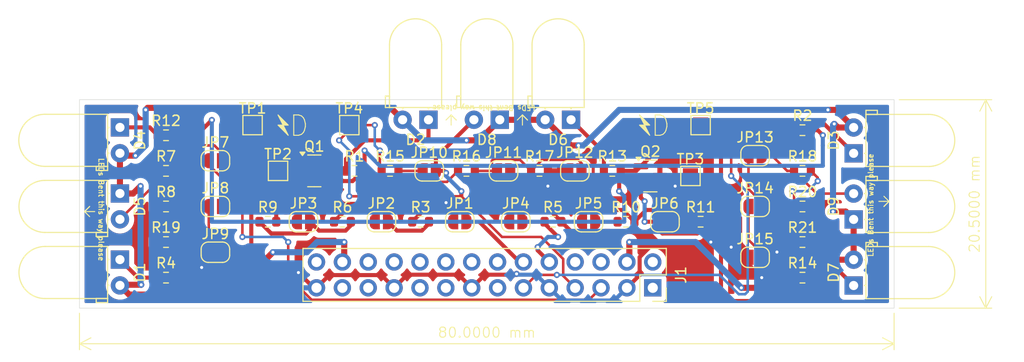
<source format=kicad_pcb>
(kicad_pcb (version 20240108) (generator "pcbnew") (generator_version "8.0")
  (layers (0 "F.Cu" signal) (31 "B.Cu" signal) (34 "B.Paste" user) (35 "F.Paste" user) (36 "B.SilkS" user "B.Silkscreen") (37 "F.SilkS" user "F.Silkscreen") (38 "B.Mask" user) (39 "F.Mask" user) (44 "Edge.Cuts" user))
  (net 0 "")
  (net 1 "Net-(D1-K)")
  (net 2 "+BATT")
  (net 3 "Net-(D2-K)")
  (net 4 "Net-(D3-K)")
  (net 5 "Net-(D4-K)")
  (net 6 "/PA3")
  (net 7 "Net-(D6-K)")
  (net 8 "Net-(D7-K)")
  (net 10 "GND")
  (net 16 "/PA4")
  (net 18 "/PA5")
  (net 27 "Net-(JP1-A)")
  (net 28 "Net-(JP2-A)")
  (net 29 "Net-(JP3-A)")
  (net 30 "/PE14")
  (net 31 "Net-(JP4-A)")
  (net 32 "Net-(JP5-A)")
  (net 33 "Net-(JP6-A)")
  (net 34 "Net-(JP7-A)")
  (net 35 "Net-(JP8-A)")
  (net 36 "Net-(JP10-A)")
  (net 37 "Net-(JP11-A)")
  (net 38 "Net-(JP13-A)")
  (net 39 "Net-(JP14-A)")
  (net 40 "Net-(Q1-C)")
  (net 41 "Net-(Q2-C)")
  (net 42 "/PE13")
  (footprint "Jumper:SolderJumper-2_P1.3mm_Open_RoundedPad1.0x1.5mm" (layer "F.Cu") (at 92.85 56)
    (property "Reference" "JP9")
    (property "Value" "SJ_Open")
  )
  (footprint "TestPoint:TestPoint_Pad_1.5x1.5mm" (layer "F.Cu") (at 106 43.5)
    (property "Reference" "TP4")
    (property "Value" "TestPoint")
  )
  (footprint "Resistor_SMD:R_0603_1608Metric" (layer "F.Cu") (at 106.5 48)
    (property "Reference" "R1")
    (property "Value" "22")
  )
  (footprint "Jumper:SolderJumper-2_P1.3mm_Open_RoundedPad1.0x1.5mm" (layer "F.Cu") (at 116.85 53)
    (property "Reference" "JP1")
    (property "Value" "SJ_Open")
  )
  (footprint "Resistor_SMD:R_0603_1608Metric" (layer "F.Cu") (at 88 48)
    (property "Reference" "R7")
    (property "Value" "47k")
  )
  (footprint "Resistor_SMD:R_0603_1608Metric" (layer "F.Cu") (at 150.5 55)
    (property "Reference" "R21")
    (property "Value" "4.7k")
  )
  (footprint "Resistor_SMD:R_0603_1608Metric" (layer "F.Cu") (at 150.5 51.5)
    (property "Reference" "R20")
    (property "Value" "10k")
  )
  (footprint "Connector_PinSocket_2.54mm:PinSocket_2x14_P2.54mm_Vertical" (layer "F.Cu") (at 135.8 59.5 -90)
    (property "Reference" "J1")
    (property "Value" "Conn_02x14_Odd_Even")
  )
  (footprint "Resistor_SMD:R_0603_1608Metric" (layer "F.Cu") (at 88 58.5)
    (property "Reference" "R4")
    (property "Value" "22")
  )
  (footprint "LED_THT:LED_D5.0mm_Horizontal_O1.27mm_Z15.0mm" (layer "F.Cu") (at 155.525 52.775 90)
    (property "Reference" "D9")
    (property "Value" "PhotoDiode")
  )
  (footprint "Jumper:SolderJumper-2_P1.3mm_Open_RoundedPad1.0x1.5mm" (layer "F.Cu") (at 129.5 53)
    (property "Reference" "JP5")
    (property "Value" "SJ_Open")
  )
  (footprint "Resistor_SMD:R_0603_1608Metric" (layer "F.Cu") (at 117.5 48)
    (property "Reference" "R16")
    (property "Value" "10k")
  )
  (footprint "Resistor_SMD:R_0603_1608Metric" (layer "F.Cu") (at 88 51.5)
    (property "Reference" "R8")
    (property "Value" "10k")
  )
  (footprint "Resistor_SMD:R_0603_1608Metric" (layer "F.Cu") (at 105.325 53)
    (property "Reference" "R6")
    (property "Value" "100")
  )
  (footprint "Resistor_SMD:R_0603_1608Metric" (layer "F.Cu") (at 110 48)
    (property "Reference" "R15")
    (property "Value" "47k")
  )
  (footprint "Jumper:SolderJumper-2_P1.3mm_Open_RoundedPad1.0x1.5mm" (layer "F.Cu") (at 122.35 53)
    (property "Reference" "JP4")
    (property "Value" "SJ_Open")
  )
  (footprint "Jumper:SolderJumper-2_P1.3mm_Open_RoundedPad1.0x1.5mm" (layer "F.Cu") (at 92.85 47)
    (property "Reference" "JP7")
    (property "Value" "SJ_Open")
  )
  (footprint "Resistor_SMD:R_0603_1608Metric" (layer "F.Cu") (at 150.5 44)
    (property "Reference" "R2")
    (property "Value" "22")
  )
  (footprint "LED_THT:LED_D5.0mm_Horizontal_O1.27mm_Z15.0mm" (layer "F.Cu") (at 113.775 42.975 180)
    (property "Reference" "D2")
    (property "Value" "LED")
  )
  (footprint "Jumper:SolderJumper-2_P1.3mm_Open_RoundedPad1.0x1.5mm" (layer "F.Cu") (at 128.15 48)
    (property "Reference" "JP12")
    (property "Value" "SJ_Open")
  )
  (footprint "Resistor_SMD:R_0603_1608Metric" (layer "F.Cu") (at 150.5 48)
    (property "Reference" "R18")
    (property "Value" "47k")
  )
  (footprint "Resistor_SMD:R_0603_1608Metric" (layer "F.Cu") (at 126 53)
    (property "Reference" "R5")
    (property "Value" "150")
  )
  (footprint "LED_THT:LED_D5.0mm_Horizontal_O1.27mm_Z15.0mm" (layer "F.Cu") (at 83.475 43.725 -90)
    (property "Reference" "D4")
    (property "Value" "LED")
  )
  (footprint "Resistor_SMD:R_0603_1608Metric" (layer "F.Cu") (at 133.175 53)
    (property "Reference" "R10")
    (property "Value" "100")
  )
  (footprint "Jumper:SolderJumper-2_P1.3mm_Open_RoundedPad1.0x1.5mm" (layer "F.Cu") (at 109.15 53)
    (property "Reference" "JP2")
    (property "Value" "SJ_Open")
  )
  (footprint "TestPoint:TestPoint_Pad_1.5x1.5mm" (layer "F.Cu") (at 96.5 43.5)
    (property "Reference" "TP1")
    (property "Value" "TestPoint")
  )
  (footprint "Jumper:SolderJumper-2_P1.3mm_Open_RoundedPad1.0x1.5mm" (layer "F.Cu") (at 101.5 53)
    (property "Reference" "JP3")
    (property "Value" "SJ_Open")
  )
  (footprint "Jumper:SolderJumper-2_P1.3mm_Open_RoundedPad1.0x1.5mm" (layer "F.Cu") (at 121.15 48)
    (property "Reference" "JP11")
    (property "Value" "SJ_Open")
  )
  (footprint "Jumper:SolderJumper-2_P1.3mm_Open_RoundedPad1.0x1.5mm" (layer "F.Cu") (at 113.85 48)
    (property "Reference" "JP10")
    (property "Value" "SJ_Open")
  )
  (footprint "Resistor_SMD:R_0603_1608Metric" (layer "F.Cu") (at 131.825 48)
    (property "Reference" "R13")
    (property "Value" "22")
  )
  (footprint "Resistor_SMD:R_0603_1608Metric" (layer "F.Cu") (at 124.675 48)
    (property "Reference" "R17")
    (property "Value" "4.7k")
  )
  (footprint "Resistor_SMD:R_0603_1608Metric" (layer "F.Cu") (at 88 55)
    (property "Reference" "R19")
    (property "Value" "4.7k")
  )
  (footprint "LED_THT:LED_D5.0mm_Horizontal_O1.27mm_Z15.0mm" (layer "F.Cu") (at 155.525 59.275 90)
    (property "Reference" "D7")
    (property "Value" "LED")
  )
  (footprint "LED_THT:LED_D5.0mm_Horizontal_O1.27mm_Z15.0mm" (layer "F.Cu") (at 127.775 42.975 180)
    (property "Reference" "D6")
    (property "Value" "LED")
  )
  (footprint "LED_THT:LED_D5.0mm_Horizontal_O1.27mm_Z15.0mm" (layer "F.Cu") (at 120.775 42.975 180)
    (property "Reference" "D8")
    (property "Value" "PhotoDiode")
  )
  (footprint "TestPoint:TestPoint_Pad_1.5x1.5mm" (layer "F.Cu") (at 99 48)
    (property "Reference" "TP2")
    (property "Value" "TestPoint")
  )
  (footprint "Resistor_SMD:R_0603_1608Metric" (layer "F.Cu") (at 150.5 58.5)
    (property "Reference" "R14")
    (property "Value" "22")
  )
  (footprint "Jumper:SolderJumper-2_P1.3mm_Open_RoundedPad1.0x1.5mm" (layer "F.Cu") (at 145.85 51.5)
    (property "Reference" "JP14")
    (property "Value" "SJ_Open")
  )
  (footprint "Jumper:SolderJumper-2_P1.3mm_Open_RoundedPad1.0x1.5mm" (layer "F.Cu") (at 145.85 56.5)
    (property "Reference" "JP15")
    (property "Value" "SJ_Open")
  )
  (footprint "Resistor_SMD:R_0603_1608Metric" (layer "F.Cu") (at 140.5 53)
    (property "Reference" "R11")
    (property "Value" "75")
  )
  (footprint "LED_THT:LED_D5.0mm_Horizontal_O1.27mm_Z15.0mm" (layer "F.Cu") (at 155.525 46.275 90)
    (property "Reference" "D3")
    (property "Value" "LED")
  )
  (footprint "Resistor_SMD:R_0603_1608Metric" (layer "F.Cu") (at 113 53)
    (property "Reference" "R3")
    (property "Value" "150")
  )
  (footprint "TestPoint:TestPoint_Pad_1.5x1.5mm" (layer "F.Cu") (at 139.5 48.5)
    (property "Reference" "TP3")
    (property "Value" "TestPoint")
  )
  (footprint "LED_THT:LED_D5.0mm_Horizontal_O1.27mm_Z15.0mm" (layer "F.Cu") (at 83.475 50.225 -90)
    (property "Reference" "D5")
    (property "Value" "PhotoDiode")
  )
  (footprint "Jumper:SolderJumper-2_P1.3mm_Open_RoundedPad1.0x1.5mm" (layer "F.Cu") (at 92.85 51.5)
    (property "Reference" "JP8")
    (property "Value" "SJ_Open")
  )
  (footprint "Package_TO_SOT_SMD:SOT-23" (layer "F.Cu") (at 102.5625 48)
    (property "Reference" "Q1")
    (property "Value" "NPN")
  )
  (footprint "TestPoint:TestPoint_Pad_1.5x1.5mm" (layer "F.Cu") (at 140.5 43.5)
    (property "Reference" "TP5")
    (property "Value" "TestPoint")
  )
  (footprint "Resistor_SMD:R_0603_1608Metric" (layer "F.Cu") (at 88 44.5)
    (property "Reference" "R12")
    (property "Value" "22")
  )
  (footprint "Resistor_SMD:R_0603_1608Metric" (layer "F.Cu") (at 98 53)
    (property "Reference" "R9")
    (property "Value" "75")
  )
  (footprint "Jumper:SolderJumper-2_P1.3mm_Open_RoundedPad1.0x1.5mm" (layer "F.Cu") (at 145.85 46.5)
    (property "Reference" "JP13")
    (property "Value" "SJ_Open")
  )
  (footprint "Package_TO_SOT_SMD:SOT-23" (layer "F.Cu") (at 135.5625 48.5)
    (property "Reference" "Q2")
    (property "Value" "NPN")
  )
  (footprint "LED_THT:LED_D5.0mm_Horizontal_O1.27mm_Z15.0mm" (layer "F.Cu") (at 83.475 56.725 -90)
    (property "Reference" "D1")
    (property "Value" "LED")
  )
  (footprint "Jumper:SolderJumper-2_P1.3mm_Open_RoundedPad1.0x1.5mm" (layer "F.Cu") (at 137 53)
    (property "Reference" "JP6")
    (property "Value" "SJ_Open")
  )
  (gr_line (start 159 51) (end 158.5 51.5) (stroke (width 0.1)) (layer "F.SilkS"))
  (gr_line (start 80.5 52) (end 80 52) (stroke (width 0.1)) (layer "F.SilkS"))
  (gr_line (start 80 52) (end 80.5 51.5) (stroke (width 0.1)) (layer "F.SilkS"))
  (gr_line (start 80.5 52) (end 81 52) (stroke (width 0.1)) (layer "F.SilkS"))
  (gr_line (start 116.5 43) (end 116 42.5) (stroke (width 0.1)) (layer "F.SilkS"))
  (gr_line (start 116 42.5) (end 115.5 43) (stroke (width 0.1)) (layer "F.SilkS"))
  (gr_line (start 123 42.5) (end 123.5 43) (stroke (width 0.1)) (layer "F.SilkS"))
  (gr_line (start 159 51) (end 158.5 50.5) (stroke (width 0.1)) (layer "F.SilkS"))
  (gr_line (start 116 43) (end 116 42.5) (stroke (width 0.1)) (layer "F.SilkS"))
  (gr_line (start 80.5 51.5) (end 80 52) (stroke (width 0.1)) (layer "F.SilkS"))
  (gr_line (start 123.5 43) (end 123 42.5) (stroke (width 0.1)) (layer "F.SilkS"))
  (gr_line (start 80 52) (end 80.5 52.5) (stroke (width 0.1)) (layer "F.SilkS"))
  (gr_line (start 158.5 51) (end 159 51) (stroke (width 0.1)) (layer "F.SilkS"))
  (gr_line (start 123 43) (end 123 42.5) (stroke (width 0.1)) (layer "F.SilkS"))
  (gr_poly (pts (xy 134.5 42.5) (xy 135 43.5) (xy 135.5 43.5)) (stroke (width 0.1)) (fill solid) (layer "F.SilkS"))
  (gr_poly (pts (xy 135 43.5) (xy 134.5 43.5) (xy 135.5 44.5)) (stroke (width 0.1)) (fill solid) (layer "F.SilkS"))
  (gr_line (start 116 43) (end 116 43.5) (stroke (width 0.1)) (layer "F.SilkS"))
  (gr_poly (pts (xy 99 42.5) (xy 99.5 43.5) (xy 100 43.5)) (stroke (width 0.1)) (fill solid) (layer "F.SilkS"))
  (gr_poly (pts (xy 99.5 43.5) (xy 99 43.5) (xy 100 44.5)) (stroke (width 0.1)) (fill solid) (layer "F.SilkS"))
  (gr_line (start 158.5 51) (end 158 51) (stroke (width 0.1)) (layer "F.SilkS"))
  (gr_line (start 123 42.5) (end 122.5 43) (stroke (width 0.1)) (layer "F.SilkS"))
  (gr_line (start 116 42.5) (end 116.5 43) (stroke (width 0.1)) (layer "F.SilkS"))
  (gr_line (start 158.5 51.5) (end 159 51) (stroke (width 0.1)) (layer "F.SilkS"))
  (gr_line (start 123 43) (end 123 43.5) (stroke (width 0.1)) (layer "F.SilkS"))
  (gr_rect (start 79.5 41) (end 159.5 61.5) (stroke (width 0.05)) (fill none) (layer "Edge.Cuts"))
  (gr_text "LEDs Bent this way please" (at 81.336 46.680954 -90) (layer "F.SilkS") (effects (font (size 0.5 0.5) (thickness 0.1) (bold yes)) (justify left bottom)))
  (gr_text "D" (at 135.5 44.75 0) (layer "F.SilkS") (effects (font (size 2 2) (thickness 0.1)) (justify left bottom)))
  (gr_text "D" (at 100 44.75 0) (layer "F.SilkS") (effects (font (size 2 2) (thickness 0.1)) (justify left bottom)))
  (gr_text "LEDs Bent this way please" (at 124.327523 41.508475 180) (layer "F.SilkS") (effects (font (size 0.5 0.5) (thickness 0.1) (bold yes)) (justify left bottom)))
  (gr_text "LEDs Bent this way please" (at 157.5 56.5 90) (layer "F.SilkS") (effects (font (size 0.5 0.5) (thickness 0.1) (bold yes)) (justify left bottom)))
  (dimension (type aligned) (layer "F.SilkS") (pts (xy 79.5 61.5) (xy 159.5 61.5)) (height 3.5) (gr_text "80.0000 mm" (at 119.5 63.9 0) (layer "F.SilkS") (effects (font (size 1 1) (thickness 0.1)))) (format (prefix "") (suffix "") (units 3) (units_format 1) (precision 4)) (style (thickness 0.1) (arrow_length 1.27) (text_position_mode 0) (extension_height 0.58642) (extension_offset 0.5) keep_text_aligned))
  (dimension (type aligned) (layer "F.SilkS") (pts (xy 159.5 41) (xy 159.5 61.5)) (height -9) (gr_text "20.5000 mm" (at 167.4 51.25 90) (layer "F.SilkS") (effects (font (size 1 1) (thickness 0.1)))) (format (prefix "") (suffix "") (units 3) (units_format 1) (precision 4)) (style (thickness 0.1) (arrow_length 1.27) (text_position_mode 0) (extension_height 0.58642) (extension_offset 0.5) keep_text_aligned))
  (segment (start 85.25 58.5) (end 83.475 56.725) (width 0.4) (layer "F.Cu") (net 1))
  (segment (start 87.175 58.5) (end 85.25 58.5) (width 0.4) (layer "F.Cu") (net 1))
  (segment (start 111.235 42.975) (end 110.06 41.8) (width 0.6) (layer "F.Cu") (net 2))
  (segment (start 153 42) (end 153.79 42) (width 0.6) (layer "F.Cu") (net 2))
  (segment (start 83.475 46.265) (end 83.475 50.225) (width 0.6) (layer "F.Cu") (net 2))
  (segment (start 84.775 50.225) (end 85.5 49.5) (width 0.6) (layer "F.Cu") (net 2))
  (segment (start 155.525 52.775) (end 155.525 56.735) (width 0.6) (layer "F.Cu") (net 2))
  (segment (start 148 59.5) (end 144.5 59.5) (width 0.6) (layer "F.Cu") (net 2))
  (segment (start 105.5 55) (end 105.5 56.78) (width 0.6) (layer "F.Cu") (net 2))
  (segment (start 83.71 46.5) (end 83.475 46.265) (width 0.6) (layer "F.Cu") (net 2))
  (segment (start 85.56305 59.2) (end 83.54 59.2) (width 0.6) (layer "F.Cu") (net 2))
  (segment (start 148 57) (end 148 59.5) (width 0.6) (layer "F.Cu") (net 2))
  (segment (start 83.54 59.2) (end 83.475 59.265) (width 0.6) (layer "F.Cu") (net 2))
  (segment (start 110.06 41.8) (end 86.2 41.8) (width 0.6) (layer "F.Cu") (net 2))
  (segment (start 125.235 42.975) (end 127.76 45.5) (width 0.6) (layer "F.Cu") (net 2))
  (segment (start 127.76 45.5) (end 128.5 45.5) (width 0.6) (layer "F.Cu") (net 2))
  (segment (start 118.75 45) (end 117.5 45) (width 0.6) (layer "F.Cu") (net 2))
  (segment (start 105.5 56.78) (end 105.32 56.96) (width 0.6) (layer "F.Cu") (net 2))
  (segment (start 120.775 42.975) (end 118.75 45) (width 0.6) (layer "F.Cu") (net 2))
  (segment (start 85 46.5) (end 83.71 46.5) (width 0.6) (layer "F.Cu") (net 2))
  (segment (start 153.79 42) (end 155.525 43.735) (width 0.6) (layer "F.Cu") (net 2))
  (segment (start 83.475 50.225) (end 84.775 50.225) (width 0.6) (layer "F.Cu") (net 2))
  (segment (start 94.335 60.165) (end 98.5 56) (width 0.6) (layer "F.Cu") (net 2))
  (segment (start 125.235 42.975) (end 120.775 42.975) (width 0.6) (layer "F.Cu") (net 2))
  (segment (start 155.525 43.735) (end 153.97495 43.735) (width 0.6) (layer "F.Cu") (net 2))
  (segment (start 133.5 55) (end 133.5 56.72) (width 0.6) (layer "F.Cu") (net 2))
  (segment (start 153.5 52) (end 154.75 52) (width 0.6) (layer "F.Cu") (net 2))
  (segment (start 84.375 60.165) (end 94.335 60.165) (width 0.6) (layer "F.Cu") (net 2))
  (segment (start 153.97495 43.735) (end 153.619975 43.380025) (width 0.6) (layer "F.Cu") (net 2))
  (segment (start 154.75 52) (end 155.525 52.775) (width 0.6) (layer "F.Cu") (net 2))
  (segment (start 83.475 59.265) (end 84.375 60.165) (width 0.6) (layer "F.Cu") (net 2))
  (segment (start 148.265 56.735) (end 148 57) (width 0.6) (layer "F.Cu") (net 2))
  (segment (start 133.5 56.72) (end 133.26 56.96) (width 0.6) (layer "F.Cu") (net 2))
  (segment (start 86.2 41.8) (end 86 42) (width 0.6) (layer "F.Cu") (net 2))
  (segment (start 155.525 56.735) (end 148.265 56.735) (width 0.6) (layer "F.Cu") (net 2))
  (via (at 85.5 49.5) (size 0.6) (drill 0.3) (layers "F.Cu" "B.Cu") (net 2))
  (via (at 86 42) (size 0.6) (drill 0.3) (layers "F.Cu" "B.Cu") (net 2))
  (via (at 117.5 45) (size 0.6) (drill 0.3) (layers "F.Cu" "B.Cu") (net 2))
  (via (at 133.5 55) (size 0.6) (drill 0.3) (layers "F.Cu" "B.Cu") (net 2))
  (via (at 105.5 55) (size 0.6) (drill 0.3) (layers "F.Cu" "B.Cu") (net 2))
  (via (at 128.5 45.5) (size 0.6) (drill 0.3) (layers "F.Cu" "B.Cu") (net 2))
  (via (at 153.5 52) (size 0.6) (drill 0.3) (layers "F.Cu" "B.Cu") (net 2))
  (via (at 85 46.5) (size 0.6) (drill 0.3) (layers "F.Cu" "B.Cu") (net 2))
  (via (at 85.56305 59.2) (size 0.6) (drill 0.3) (layers "F.Cu" "B.Cu") (net 2))
  (via (at 98.5 56) (size 0.6) (drill 0.3) (layers "F.Cu" "B.Cu") (net 2))
  (via (at 153.619975 43.380025) (size 0.6) (drill 0.3) (layers "F.Cu" "B.Cu") (net 2))
  (via (at 153 42) (size 0.6) (drill 0.3) (layers "F.Cu" "B.Cu") (net 2))
  (via (at 144.5 59.5) (size 0.6) (drill 0.3) (layers "F.Cu" "B.Cu") (net 2))
  (segment (start 102.830811 55) (end 105.5 55) (width 0.6) (layer "B.Cu") (net 2))
  (segment (start 86 42) (end 86 45.5) (width 0.6) (layer "B.Cu") (net 2))
  (segment (start 86 45.5) (end 85 46.5) (width 0.6) (layer "B.Cu") (net 2))
  (segment (start 140 55) (end 133.5 55) (width 0.6) (layer "B.Cu") (net 2))
  (segment (start 101.830811 56) (end 102.830811 55) (width 0.6) (layer "B.Cu") (net 2))
  (segment (start 113.26 45) (end 111.235 42.975) (width 0.6) (layer "B.Cu") (net 2))
  (segment (start 132.5 42) (end 153 42) (width 0.6) (layer "B.Cu") (net 2))
  (segment (start 117.5 45) (end 113.26 45) (width 0.6) (layer "B.Cu") (net 2))
  (segment (start 153.619975 43.380025) (end 153.5 43.5) (width 0.6) (layer "B.Cu") (net 2))
  (segment (start 129 45.5) (end 132.5 42) (width 0.6) (layer "B.Cu") (net 2))
  (segment (start 144.5 59.5) (end 140 55) (width 0.6) (layer "B.Cu") (net 2))
  (segment (start 128.5 45.5) (end 129 45.5) (width 0.6) (layer "B.Cu") (net 2))
  (segment (start 98.5 56) (end 101.830811 56) (width 0.6) (layer "B.Cu") (net 2))
  (segment (start 85.5 49.5) (end 85.5 59.13695) (width 0.6) (layer "B.Cu") (net 2))
  (segment (start 153.5 43.5) (end 153.5 52) (width 0.6) (layer "B.Cu") (net 2))
  (segment (start 85.5 59.13695) (end 85.56305 59.2) (width 0.6) (layer "B.Cu") (net 2))
  (segment (start 113.775 44.725) (end 113.775 42.975) (width 0.4) (layer "F.Cu") (net 3))
  (segment (start 105.675 46.83505) (end 107.51005 45) (width 0.4) (layer "F.Cu") (net 3))
  (segment (start 107.51005 45) (end 113.5 45) (width 0.4) (layer "F.Cu") (net 3))
  (segment (start 113.5 45) (end 113.775 44.725) (width 0.4) (layer "F.Cu") (net 3))
  (segment (start 105.675 48) (end 105.675 46.83505) (width 0.4) (layer "F.Cu") (net 3))
  (segment (start 152.375 43.125) (end 155.525 46.275) (width 0.4) (layer "F.Cu") (net 4))
  (segment (start 150.55 43.125) (end 152.375 43.125) (width 0.4) (layer "F.Cu") (net 4))
  (segment (start 149.675 44) (end 150.55 43.125) (width 0.4) (layer "F.Cu") (net 4))
  (segment (start 86.4 43.725) (end 87.175 44.5) (width 0.4) (layer "F.Cu") (net 5))
  (segment (start 83.475 43.725) (end 86.4 43.725) (width 0.4) (layer "F.Cu") (net 5))
  (segment (start 95.5 49) (end 93.5 47) (width 0.25) (layer "F.Cu") (net 6))
  (segment (start 96.5 43.5) (end 97 43.5) (width 0.25) (layer "F.Cu") (net 6))
  (segment (start 83.475 52.765) (end 87.175 49.065) (width 0.25) (layer "F.Cu") (net 6))
  (segment (start 95.5 54.5) (end 95.5 49) (width 0.25) (layer "F.Cu") (net 6))
  (segment (start 96.5 44) (end 96.5 43.5) (width 0.25) (layer "F.Cu") (net 6))
  (segment (start 87.175 49.065) (end 87.175 48) (width 0.25) (layer "F.Cu") (net 6))
  (segment (start 130.72 59.5) (end 129.545 60.675) (width 0.25) (layer "F.Cu") (net 6))
  (segment (start 100 58.381701) (end 100 55) (width 0.25) (layer "F.Cu") (net 6))
  (segment (start 93.5 47) (end 93.5 46.245) (width 0.25) (layer "F.Cu") (net 6))
  (segment (start 89.675 45.5) (end 87.175 48) (width 0.25) (layer "F.Cu") (net 6))
  (segment (start 102.293299 60.675) (end 100 58.381701) (width 0.25) (layer "F.Cu") (net 6))
  (segment (start 93.5 46.245) (end 92.755 45.5) (width 0.25) (layer "F.Cu") (net 6))
  (segment (start 92.755 45.5) (end 89.675 45.5) (width 0.25) (layer "F.Cu") (net 6))
  (segment (start 129.545 60.675) (end 102.293299 60.675) (width 0.25) (layer "F.Cu") (net 6))
  (segment (start 93.5 47) (end 96.5 44) (width 0.25) (layer "F.Cu") (net 6))
  (via (at 100 55) (size 0.6) (drill 0.3) (layers "F.Cu" "B.Cu") (net 6))
  (via (at 95.5 54.5) (size 0.6) (drill 0.3) (layers "F.Cu" "B.Cu") (net 6))
  (segment (start 99.5 54.5) (end 95.5 54.5) (width 0.25) (layer "B.Cu") (net 6))
  (segment (start 100 55) (end 99.5 54.5) (width 0.25) (layer "B.Cu") (net 6))
  (segment (start 131 48) (end 131 46.2) (width 0.4) (layer "F.Cu") (net 7))
  (segment (start 131 46.2) (end 127.775 42.975) (width 0.4) (layer "F.Cu") (net 7))
  (segment (start 150.55 57.625) (end 153.875 57.625) (width 0.4) (layer "F.Cu") (net 8))
  (segment (start 149.675 58.5) (end 150.55 57.625) (width 0.4) (layer "F.Cu") (net 8))
  (segment (start 153.875 57.625) (end 155.525 59.275) (width 0.4) (layer "F.Cu") (net 8))
  (segment (start 133.805526 48.75) (end 136.25 48.75) (width 0.4) (layer "F.Cu") (net 10))
  (segment (start 103.5 48) (end 103.5 49.338528) (width 0.4) (layer "F.Cu") (net 10))
  (segment (start 133.4875 49.068026) (end 133.805526 48.75) (width 0.4) (layer "F.Cu") (net 10))
  (segment (start 122.344726 58.21) (end 122.425373 58.129353) (width 0.4) (layer "F.Cu") (net 10))
  (segment (start 129.445 50.7) (end 132.95 50.7) (width 0.4) (layer "F.Cu") (net 10))
  (segment (start 125.5 49.5) (end 125.5 48) (width 0.4) (layer "F.Cu") (net 10))
  (segment (start 102.78 59.5) (end 102.5 59.5) (width 0.4) (layer "F.Cu") (net 10))
  (segment (start 118.02 59.5) (end 119.31 58.21) (width 0.4) (layer "F.Cu") (net 10))
  (segment (start 92.2 56) (end 89.825 56) (width 0.4) (layer "F.Cu") (net 10))
  (segment (start 135.992233 55) (end 141.5 55) (width 0.4) (layer "F.Cu") (net 10))
  (segment (start 146.5 58.5) (end 145.2 57.2) (width 0.4) (layer "F.Cu") (net 10))
  (segment (start 111.69 58.21) (end 116.73 58.21) (width 0.4) (layer "F.Cu") (net 10))
  (segment (start 145.2 57.2) (end 145.2 56.5) (width 0.4) (layer "F.Cu") (net 10))
  (segment (start 89.825 56) (end 88.825 55) (width 0.4) (layer "F.Cu") (net 10))
  (segment (start 103.5 49.338528) (end 105.406472 51.245) (width 0.4) (layer "F.Cu") (net 10))
  (segment (start 91.5 56.7) (end 92.2 56) (width 0.4) (layer "F.Cu") (net 10))
  (segment (start 102.5 59.5) (end 101 58) (width 0.4) (layer "F.Cu") (net 10))
  (segment (start 105.406472 51.245) (end 115.38 51.245) (width 0.4) (layer "F.Cu") (net 10))
  (segment (start 91.5 57.5) (end 91.5 56.7) (width 0.4) (layer "F.Cu") (net 10))
  (segment (start 138 49.5) (end 137.5 49.5) (width 0.4) (layer "F.Cu") (net 10))
  (segment (start 104.03 58.25) (end 109.15 58.25) (width 0.4) (layer "F.Cu") (net 10))
  (segment (start 144.5 56.5) (end 143.5 55.5) (width 0.25) (layer "F.Cu") (net 10))
  (segment (start 132.95 50.7) (end 133.4875 50.1625) (width 0.4) (layer "F.Cu") (net 10))
  (segment (start 109.15 58.25) (end 110.4 59.5) (width 0.4) (layer "F.Cu") (net 10))
  (segment (start 134.51 58.25) (end 134.51 56.482233) (width 0.4) (layer "F.Cu") (net 10))
  (segment (start 136.25 48.75) (end 136.5 48.5) (width 0.4) (layer "F.Cu") (net 10))
  (segment (start 133.4875 50.1625) (end 133.4875 49.068026) (width 0.4) (layer "F.Cu") (net 10))
  (segment (start 116.73 58.21) (end 118.02 59.5) (width 0.4) (layer "F.Cu") (net 10))
  (segment (start 115.38 51.245) (end 115.5 51.125) (width 0.4) (layer "F.Cu") (net 10))
  (segment (start 119.31 58.21) (end 122.344726 58.21) (width 0.4) (layer "F.Cu") (net 10))
  (segment (start 137.5 49.5) (end 136.5 48.5) (width 0.4) (layer "F.Cu") (net 10))
  (segment (start 150.34258 55.98242) (end 147.993662 55.98242) (width 0.4) (layer "F.Cu") (net 10))
  (segment (start 145.2 56.5) (end 144.5 56.5) (width 0.25) (layer "F.Cu") (net 10))
  (segment (start 102.78 59.5) (end 104.03 58.25) (width 0.4) (layer "F.Cu") (net 10))
  (segment (start 125.5 48) (end 127.5 48) (width 0.4) (layer "F.Cu") (net 10))
  (segment (start 133.26 59.5) (end 134.51 58.25) (width 0.4) (layer "F.Cu") (net 10))
  (segment (start 110.4 59.5) (end 111.69 58.21) (width 0.4) (layer "F.Cu") (net 10))
  (segment (start 127.5 48.755) (end 129.445 50.7) (width 0.4) (layer "F.Cu") (net 10))
  (segment (start 127.5 48) (end 127.5 48.755) (width 0.4) (layer "F.Cu") (net 10))
  (segment (start 145.2 56.5) (end 145.2 57.255) (width 0.25) (layer "F.Cu") (net 10))
  (segment (start 134.51 56.482233) (end 135.992233 55) (width 0.4) (layer "F.Cu") (net 10))
  (segment (start 151.325 55) (end 150.34258 55.98242) (width 0.4) (layer "F.Cu") (net 10))
  (via (at 141.5 55) (size 0.6) (drill 0.3) (layers "F.Cu" "B.Cu") (net 10))
  (via (at 143.5 55.5) (size 0.6) (drill 0.3) (layers "F.Cu" "B.Cu") (net 10))
  (via (at 101 58) (size 0.6) (drill 0.3) (layers "F.Cu" "B.Cu") (net 10))
  (via (at 147.993662 55.98242) (size 0.6) (drill 0.3) (layers "F.Cu" "B.Cu") (net 10))
  (via (at 146.5 58.5) (size 0.6) (drill 0.3) (layers "F.Cu" "B.Cu") (net 10))
  (via (at 122.425373 58.129353) (size 0.6) (drill 0.3) (layers "F.Cu" "B.Cu") (net 10))
  (via (at 125.5 49.5) (size 0.6) (drill 0.3) (layers "F.Cu" "B.Cu") (net 10))
  (via (at 91.5 57.5) (size 0.6) (drill 0.3) (layers "F.Cu" "B.Cu") (net 10))
  (via (at 138 49.5) (size 0.6) (drill 0.3) (layers "F.Cu" "B.Cu") (net 10))
  (via (at 115.5 51.125) (size 0.6) (drill 0.3) (layers "F.Cu" "B.Cu") (net 10))
  (segment (start 147.993662 55.98242) (end 147.993662 57.006338) (width 0.4) (layer "B.Cu") (net 10))
  (segment (start 124 51) (end 125.5 49.5) (width 0.4) (layer "B.Cu") (net 10))
  (segment (start 126.89 60.75) (end 132.01 60.75) (width 0.4) (layer "B.Cu") (net 10))
  (segment (start 101 58) (end 92 58) (width 0.4) (layer "B.Cu") (net 10))
  (segment (start 141.5 55) (end 141.5 53) (width 0.4) (layer "B.Cu") (net 10))
  (segment (start 122.425373 58.129353) (end 122.50602 58.21) (width 0.4) (layer "B.Cu") (net 10))
  (segment (start 115.5 51.125) (end 115.625 51) (width 0.4) (layer "B.Cu") (net 10))
  (segment (start 124.35 58.21) (end 125.64 59.5) (width 0.4) (layer "B.Cu") (net 10))
  (segment (start 143.5 55.5) (end 142 55.5) (width 0.25) (layer "B.Cu") (net 10))
  (segment (start 141.5 53) (end 138 49.5) (width 0.4) (layer "B.Cu") (net 10))
  (segment (start 125.64 59.5) (end 126.89 60.75) (width 0.4) (layer "B.Cu") (net 10))
  (segment (start 147.993662 57.006338) (end 146.5 58.5) (width 0.4) (layer "B.Cu") (net 10))
  (segment (start 115.625 51) (end 124 51) (width 0.4) (layer "B.Cu") (net 10))
  (segment (start 142 55.5) (end 141.5 55) (width 0.25) (layer "B.Cu") (net 10))
  (segment (start 92 58) (end 91.5 57.5) (width 0.4) (layer "B.Cu") (net 10))
  (segment (start 122.50602 58.21) (end 124.35 58.21) (width 0.4) (layer "B.Cu") (net 10))
  (segment (start 132.01 60.75) (end 133.26 59.5) (width 0.4) (layer "B.Cu") (net 10))
  (segment (start 114.5 46.71) (end 118.235 42.975) (width 0.4) (layer "F.Cu") (net 16))
  (segment (start 109 46) (end 109 47.825) (width 0.25) (layer "F.Cu") (net 16))
  (segment (start 116.998932 50.001068) (end 116.998932 50.5) (width 0.4) (layer "F.Cu") (net 16))
  (segment (start 114.5 48) (end 114.5 46.71) (width 0.4) (layer "F.Cu") (net 16))
  (segment (start 114.5 48) (end 114.5 48.522759) (width 0.4) (layer "F.Cu") (net 16))
  (segment (start 105.813604 43.95) (end 105.681802 43.818198) (width 0.25) (layer "F.Cu") (net 16))
  (segment (start 117 50) (end 116.998932 50.001068) (width 0.4) (layer "F.Cu") (net 16))
  (segment (start 124.841701 54.5) (end 120.998932 54.5) (width 0.25) (layer "F.Cu") (net 16))
  (segment (start 127.005 58.325) (end 127.005 56.663299) (width 0.25) (layer "F.Cu") (net 16))
  (segment (start 120.998932 54.5) (end 116.998932 50.5) (width 0.25) (layer "F.Cu") (net 16))
  (segment (start 105 45) (end 105.813604 44.186396) (width 0.25) (layer "F.Cu") (net 16))
  (segment (start 106 43.5) (end 108.5 43.5) (width 0.25) (layer "F.Cu") (net 16))
  (segment (start 115.3 48) (end 115.5 48.2) (width 0.4) (layer "F.Cu") (net 16))
  (segment (start 116.998932 50.5) (end 106 50.5) (width 0.25) (layer "F.Cu") (net 16))
  (segment (start 109 47.825) (end 109.175 48) (width 0.25) (layer "F.Cu") (net 16))
  (segment (start 127.005 56.663299) (end 124.841701 54.5) (width 0.25) (layer "F.Cu") (net 16))
  (segment (start 114.5 48) (end 115.3 48) (width 0.4) (layer "F.Cu") (net 16))
  (segment (start 128.18 59.5) (end 127.005 58.325) (width 0.25) (layer "F.Cu") (net 16))
  (segment (start 105.813604 44.186396) (end 105.813604 43.95) (width 0.25) (layer "F.Cu") (net 16))
  (via (at 117 50) (size 0.6) (drill 0.3) (layers "F.Cu" "B.Cu") (net 16))
  (via (at 106 50.5) (size 0.6) (drill 0.3) (layers "F.Cu" "B.Cu") (net 16))
  (via (at 115.5 48.2) (size 0.6) (drill 0.3) (layers "F.Cu" "B.Cu") (net 16))
  (via (at 109 46) (size 0.6) (drill 0.3) (layers "F.Cu" "B.Cu") (net 16))
  (via (at 105 45) (size 0.6) (drill 0.3) (layers "F.Cu" "B.Cu") (net 16))
  (via (at 108.5 43.5) (size 0.6) (drill 0.3) (layers "F.Cu" "B.Cu") (net 16))
  (segment (start 108.5 43.5) (end 108.5 45.5) (width 0.25) (layer "B.Cu") (net 16))
  (segment (start 115.5 48.2) (end 115.5 48.5) (width 0.4) (layer "B.Cu") (net 16))
  (segment (start 108.5 45.5) (end 109 46) (width 0.25) (layer "B.Cu") (net 16))
  (segment (start 106 50.5) (end 106 46) (width 0.25) (layer "B.Cu") (net 16))
  (segment (start 106 46) (end 105 45) (width 0.25) (layer "B.Cu") (net 16))
  (segment (start 115.5 48.5) (end 117 50) (width 0.4) (layer "B.Cu") (net 16))
  (segment (start 124.369549 58.230451) (end 123.1 59.5) (width 0.25) (layer "F.Cu") (net 18))
  (segment (start 146.5 45.745) (end 146.5 46.5) (width 0.25) (layer "F.Cu") (net 18))
  (segment (start 140.5 43.5) (end 144.255 43.5) (width 0.25) (layer "F.Cu") (net 18))
  (segment (start 143.5 48.5) (end 143.5 46.257538) (width 0.25) (layer "F.Cu") (net 18))
  (segment (start 143.5 46.257538) (end 141.192462 43.95) (width 0.25) (layer "F.Cu") (net 18))
  (segment (start 144.255 43.5) (end 146.5 45.745) (width 0.25) (layer "F.Cu") (net 18))
  (segment (start 146.5 46.5) (end 147.5 46.5) (width 0.25) (layer "F.Cu") (net 18))
  (segment (start 126.38 58.230451) (end 124.369549 58.230451) (width 0.25) (layer "F.Cu") (net 18))
  (segment (start 147.5 46.5) (end 149 48) (width 0.25) (layer "F.Cu") (net 18))
  (segment (start 149.675 48) (end 151.91 50.235) (width 0.25) (layer "F.Cu") (net 18))
  (segment (start 141.192462 43.95) (end 140.5 43.95) (width 0.25) (layer "F.Cu") (net 18))
  (segment (start 151.91 50.235) (end 155.525 50.235) (width 0.25) (layer "F.Cu") (net 18))
  (segment (start 149 48) (end 149.675 48) (width 0.25) (layer "F.Cu") (net 18))
  (via (at 143.5 48.5) (size 0.6) (drill 0.3) (layers "F.Cu" "B.Cu") (net 18))
  (via (at 126.38 58.230451) (size 0.6) (drill 0.3) (layers "F.Cu" "B.Cu") (net 18))
  (segment (start 142.346567 58.230451) (end 144.241116 60.125) (width 0.25) (layer "B.Cu") (net 18))
  (segment (start 145.125 50.125) (end 143.5 48.5) (width 0.25) (layer "B.Cu") (net 18))
  (segment (start 144.241116 60.125) (end 144.875 60.125) (width 0.25) (layer "B.Cu") (net 18))
  (segment (start 144.875 60.125) (end 145.125 59.875) (width 0.25) (layer "B.Cu") (net 18))
  (segment (start 145.125 59.875) (end 145.125 50.125) (width 0.25) (layer "B.Cu") (net 18))
  (segment (start 126.38 58.230451) (end 142.346567 58.230451) (width 0.25) (layer "B.Cu") (net 18))
  (segment (start 105.655 51.845) (end 109.4 51.845) (width 0.4) (layer "F.Cu") (net 27))
  (segment (start 109.8 52.245) (end 109.8 53) (width 0.4) (layer "F.Cu") (net 27))
  (segment (start 116.2 53) (end 113.825 53) (width 0.4) (layer "F.Cu") (net 27))
  (segment (start 113.125 53.875) (end 110.675 53.875) (width 0.4) (layer "F.Cu") (net 27))
  (segment (start 113.825 53.175) (end 113.125 53.875) (width 0.4) (layer "F.Cu") (net 27))
  (segment (start 109.4 51.845) (end 109.8 52.245) (width 0.4) (layer "F.Cu") (net 27))
  (segment (start 113.825 53) (end 113.825 53.175) (width 0.4) (layer "F.Cu") (net 27))
  (segment (start 110.675 53.875) (end 109.8 53) (width 0.4) (layer "F.Cu") (net 27))
  (segment (start 104.5 53) (end 105.655 51.845) (width 0.4) (layer "F.Cu") (net 27))
  (segment (start 105.63505 53.875) (end 103.025 53.875) (width 0.4) (layer "F.Cu") (net 28))
  (segment (start 97.175 53) (end 98.33 54.155) (width 0.4) (layer "F.Cu") (net 28))
  (segment (start 102.15 53.755) (end 102.15 53) (width 0.4) (layer "F.Cu") (net 28))
  (segment (start 101.75 54.155) (end 102.15 53.755) (width 0.4) (layer "F.Cu") (net 28))
  (segment (start 106.51005 53) (end 105.63505 53.875) (width 0.4) (layer "F.Cu") (net 28))
  (segment (start 98.33 54.155) (end 101.75 54.155) (width 0.4) (layer "F.Cu") (net 28))
  (segment (start 103.025 53.875) (end 102.15 53) (width 0.4) (layer "F.Cu") (net 28))
  (segment (start 106.15 53) (end 108.5 53) (width 0.4) (layer "F.Cu") (net 28))
  (segment (start 108.5 53) (end 106.51005 53) (width 0.4) (layer "F.Cu") (net 28))
  (segment (start 99 48) (end 100.675 48) (width 0.4) (layer "F.Cu") (net 29))
  (segment (start 100.675 48) (end 101.625 48.95) (width 0.4) (layer "F.Cu") (net 29))
  (segment (start 98.825 53) (end 98.825 48.175) (width 0.4) (layer "F.Cu") (net 29))
  (segment (start 98.825 53) (end 100.85 53) (width 0.4) (layer "F.Cu") (net 29))
  (segment (start 98.825 48.175) (end 99 48) (width 0.4) (layer "F.Cu") (net 29))
  (segment (start 124.5 55.82) (end 125.64 56.96) (width 0.4) (layer "F.Cu") (net 30))
  (segment (start 124.5 55.5) (end 124.5 55.82) (width 0.4) (layer "F.Cu") (net 30))
  (segment (start 125.175 53) (end 125.175 53.175) (width 0.4) (layer "F.Cu") (net 30))
  (segment (start 125.175 53.175) (end 126.5 54.5) (width 0.4) (layer "F.Cu") (net 30))
  (segment (start 123 53) (end 125.175 53) (width 0.4) (layer "F.Cu") (net 30))
  (via (at 126.5 54.5) (size 0.6) (drill 0.3) (layers "F.Cu" "B.Cu") (net 30))
  (via (at 124.5 55.5) (size 0.6) (drill 0.3) (layers "F.Cu" "B.Cu") (net 30))
  (segment (start 126.5 54.5) (end 125.5 54.5) (width 0.4) (layer "B.Cu") (net 30))
  (segment (start 125.5 54.5) (end 124.5 55.5) (width 0.4) (layer "B.Cu") (net 30))
  (segment (start 122.445 51.5) (end 125.325 51.5) (width 0.4) (layer "F.Cu") (net 31))
  (segment (start 130.15 53) (end 132.35 53) (width 0.4) (layer "F.Cu") (net 31))
  (segment (start 127.98 54.155) (end 126.825 53) (width 0.4) (layer "F.Cu") (net 31))
  (segment (start 130.15 53.755) (end 129.75 54.155) (width 0.4) (layer "F.Cu") (net 31))
  (segment (start 129.75 54.155) (end 127.98 54.155) (width 0.4) (layer "F.Cu") (net 31))
  (segment (start 125.325 51.5) (end 126.825 53) (width 0.4) (layer "F.Cu") (net 31))
  (segment (start 121.7 53) (end 121.7 52.245) (width 0.4) (layer "F.Cu") (net 31))
  (segment (start 130.15 53) (end 130.15 53.755) (width 0.4) (layer "F.Cu") (net 31))
  (segment (start 121.7 52.245) (end 122.445 51.5) (width 0.4) (layer "F.Cu") (net 31))
  (segment (start 134 53) (end 135.155 51.845) (width 0.4) (layer "F.Cu") (net 32))
  (segment (start 135.155 51.845) (end 137.25 51.845) (width 0.4) (layer "F.Cu") (net 32))
  (segment (start 137.65 52.245) (end 137.65 53) (width 0.4) (layer "F.Cu") (net 32))
  (segment (start 137.25 51.845) (end 137.65 52.245) (width 0.4) (layer "F.Cu") (net 32))
  (segment (start 132.845 51.845) (end 134 53) (width 0.4) (layer "F.Cu") (net 32))
  (segment (start 139.675 53) (end 137.65 53) (width 0.4) (layer "F.Cu") (net 32))
  (segment (start 128.85 53) (end 128.85 52.245) (width 0.4) (layer "F.Cu") (net 32))
  (segment (start 128.85 52.245) (end 129.25 51.845) (width 0.4) (layer "F.Cu") (net 32))
  (segment (start 129.25 51.845) (end 132.845 51.845) (width 0.4) (layer "F.Cu") (net 32))
  (segment (start 134.625 49.45) (end 134.625 50.625) (width 0.4) (layer "F.Cu") (net 33))
  (segment (start 136.75 54.155) (end 140.17 54.155) (width 0.4) (layer "F.Cu") (net 33))
  (segment (start 141.325 53) (end 141.325 50.325) (width 0.4) (layer "F.Cu") (net 33))
  (segment (start 134.625 50.625) (end 135 51) (width 0.4) (layer "F.Cu") (net 33))
  (segment (start 141.325 50.325) (end 139.5 48.5) (width 0.4) (layer "F.Cu") (net 33))
  (segment (start 135 53) (end 136.35 53) (width 0.4) (layer "F.Cu") (net 33))
  (segment (start 136.35 53) (end 136.35 53.755) (width 0.4) (layer "F.Cu") (net 33))
  (segment (start 136.35 53.755) (end 136.75 54.155) (width 0.4) (layer "F.Cu") (net 33))
  (segment (start 140.17 54.155) (end 141.325 53) (width 0.4) (layer "F.Cu") (net 33))
  (via (at 135 51) (size 0.6) (drill 0.3) (layers "F.Cu" "B.Cu") (net 33))
  (via (at 135 53) (size 0.6) (drill 0.3) (layers "F.Cu" "B.Cu") (net 33))
  (segment (start 135 51) (end 135 53) (width 0.4) (layer "B.Cu") (net 33))
  (segment (start 88.825 48) (end 91.2 48) (width 0.25) (layer "F.Cu") (net 34))
  (segment (start 93.5 48.716693) (end 92.2 47.416693) (width 0.25) (layer "F.Cu") (net 34))
  (segment (start 88.825 48) (end 88.825 49.85) (width 0.25) (layer "F.Cu") (net 34))
  (segment (start 91.2 48) (end 92.2 47) (width 0.25) (layer "F.Cu") (net 34))
  (segment (start 93.5 51.5) (end 93.5 48.716693) (width 0.25) (layer "F.Cu") (net 34))
  (segment (start 88.825 49.85) (end 87.175 51.5) (width 0.25) (layer "F.Cu") (net 34))
  (segment (start 92.2 47.416693) (end 92.2 47) (width 0.25) (layer "F.Cu") (net 34))
  (segment (start 88.825 53.35) (end 87.175 55) (width 0.25) (layer "F.Cu") (net 35))
  (segment (start 92.2 51.5) (end 92.2 54.283307) (width 0.25) (layer "F.Cu") (net 35))
  (segment (start 93.5 55.583307) (end 93.5 56) (width 0.25) (layer "F.Cu") (net 35))
  (segment (start 88.825 51.5) (end 88.825 53.35) (width 0.25) (layer "F.Cu") (net 35))
  (segment (start 92.2 54.283307) (end 93.5 55.583307) (width 0.25) (layer "F.Cu") (net 35))
  (segment (start 88.825 51.5) (end 92.2 51.5) (width 0.25) (layer "F.Cu") (net 35))
  (segment (start 113.2 48.755) (end 113.2 48) (width 0.25) (layer "F.Cu") (net 36))
  (segment (start 121.8 48.755) (end 121.475 49.08) (width 0.25) (layer "F.Cu") (net 36))
  (segment (start 110.825 48) (end 113.2 48) (width 0.25) (layer "F.Cu") (net 36))
  (segment (start 121.8 48) (end 121.8 48.755) (width 0.25) (layer "F.Cu") (net 36))
  (segment (start 113 47.8) (end 113.2 48) (width 0.4) (layer "F.Cu") (net 36))
  (segment (start 117.755 49.08) (end 116.675 48) (width 0.25) (layer "F.Cu") (net 36))
  (segment (start 121.475 49.08) (end 117.755 49.08) (width 0.25) (layer "F.Cu") (net 36))
  (segment (start 116.675 48) (end 115.595 49.08) (width 0.25) (layer "F.Cu") (net 36))
  (segment (start 113.525 49.08) (end 113.2 48.755) (width 0.25) (layer "F.Cu") (net 36))
  (segment (start 115.595 49.08) (end 113.525 49.08) (width 0.25) (layer "F.Cu") (net 36))
  (segment (start 120 47) (end 120 47.5) (width 0.25) (layer "F.Cu") (net 37))
  (segment (start 128.475 46.92) (end 124.93 46.92) (width 0.25) (layer "F.Cu") (net 37))
  (segment (start 120.08 46.92) (end 120 47) (width 0.25) (layer "F.Cu") (net 37))
  (segment (start 128.8 48) (end 128.8 47.245) (width 0.25) (layer "F.Cu") (net 37))
  (segment (start 124.93 46.92) (end 123.85 48) (width 0.25) (layer "F.Cu") (net 37))
  (segment (start 122.77 46.92) (end 120.08 46.92) (width 0.25) (layer "F.Cu") (net 37))
  (segment (start 123.85 48) (end 122.77 46.92) (width 0.25) (layer "F.Cu") (net 37))
  (segment (start 120 47.5) (end 120.5 48) (width 0.25) (layer "F.Cu") (net 37))
  (segment (start 128.8 47.245) (end 128.475 46.92) (width 0.25) (layer "F.Cu") (net 37))
  (segment (start 118.325 48) (end 120.5 48) (width 0.25) (layer "F.Cu") (net 37))
  (segment (start 146.5 51.5) (end 149.675 51.5) (width 0.25) (layer "F.Cu") (net 38))
  (segment (start 145.2 46.5) (end 145.2 49.783307) (width 0.25) (layer "F.Cu") (net 38))
  (segment (start 145.2 49.783307) (end 146.5 51.083307) (width 0.25) (layer "F.Cu") (net 38))
  (segment (start 152 48.675) (end 151.325 48) (width 0.25) (layer "F.Cu") (net 38))
  (segment (start 149.675 50.175) (end 149.5 50) (width 0.25) (layer "F.Cu") (net 38))
  (segment (start 146.5 51.083307) (end 146.5 51.5) (width 0.25) (layer "F.Cu") (net 38))
  (segment (start 152 49) (end 152 48.675) (width 0.25) (layer "F.Cu") (net 38))
  (segment (start 149.675 51.5) (end 149.675 50.175) (width 0.25) (layer "F.Cu") (net 38))
  (via (at 149.5 50) (size 0.6) (drill 0.3) (layers "F.Cu" "B.Cu") (net 38))
  (via (at 152 49) (size 0.6) (drill 0.3) (layers "F.Cu" "B.Cu") (net 38))
  (segment (start 149.5 50) (end 151 50) (width 0.25) (layer "B.Cu") (net 38))
  (segment (start 151 50) (end 152 49) (width 0.25) (layer "B.Cu") (net 38))
  (segment (start 146.5 56.083307) (end 146.5 56.5) (width 0.25) (layer "F.Cu") (net 39))
  (segment (start 148 55) (end 146.5 56.5) (width 0.25) (layer "F.Cu") (net 39))
  (segment (start 149.675 55) (end 148 55) (width 0.25) (layer "F.Cu") (net 39))
  (segment (start 145.2 54.783307) (end 146.5 56.083307) (width 0.25) (layer "F.Cu") (net 39))
  (segment (start 149.675 53.15) (end 151.325 51.5) (width 0.25) (layer "F.Cu") (net 39))
  (segment (start 149.675 55) (end 149.675 53.15) (width 0.25) (layer "F.Cu") (net 39))
  (segment (start 145.2 51.5) (end 145.2 54.783307) (width 0.25) (layer "F.Cu") (net 39))
  (segment (start 105.34593 49) (end 106.325 49) (width 0.4) (layer "F.Cu") (net 40))
  (segment (start 104.6375 47.618026) (end 104.6375 48.29157) (width 0.4) (layer "F.Cu") (net 40))
  (segment (start 96.375 48.325) (end 98.7 46) (width 0.4) (layer "F.Cu") (net 40))
  (segment (start 100.575 46) (end 101.625 47.05) (width 0.4) (layer "F.Cu") (net 40))
  (segment (start 93.5 58.5) (end 96.375 55.625) (width 0.4) (layer "F.Cu") (net 40))
  (segment (start 101.625 47.05) (end 104.069474 47.05) (width 0.4) (layer "F.Cu") (net 40))
  (segment (start 96.375 55.625) (end 96.375 48.325) (width 0.4) (layer "F.Cu") (net 40))
  (segment (start 151.325 44) (end 152 44) (width 0.4) (layer "F.Cu") (net 40))
  (segment (start 104.6375 48.29157) (end 105.34593 49) (width 0.4) (layer "F.Cu") (net 40))
  (segment (start 88.825 58.5) (end 93.5 58.5) (width 0.4) (layer "F.Cu") (net 40))
  (segment (start 152 44) (end 152.5 44.5) (width 0.4) (layer "F.Cu") (net 40))
  (segment (start 104.069474 47.05) (end 104.6375 47.618026) (width 0.4) (layer "F.Cu") (net 40))
  (segment (start 107.5 46) (end 107.5 47.825) (width 0.4) (layer "F.Cu") (net 40))
  (segment (start 98.7 46) (end 100.575 46) (width 0.4) (layer "F.Cu") (net 40))
  (segment (start 106.325 49) (end 107.325 48) (width 0.4) (layer "F.Cu") (net 40))
  (segment (start 107.5 47.825) (end 107.325 48) (width 0.4) (layer "F.Cu") (net 40))
  (via (at 152.5 44.5) (size 0.6) (drill 0.3) (layers "F.Cu" "B.Cu") (net 40))
  (via (at 107.5 46) (size 0.6) (drill 0.3) (layers "F.Cu" "B.Cu") (net 40))
  (segment (start 152.5 45.5) (end 152.5 47.5) (width 0.4) (layer "B.Cu") (net 40))
  (segment (start 109 47.5) (end 107.5 46) (width 0.4) (layer "B.Cu") (net 40))
  (segment (start 152.5 44.5) (end 152.5 45.5) (width 0.4) (layer "B.Cu") (net 40))
  (segment (start 152.5 47.5) (end 109 47.5) (width 0.4) (layer "B.Cu") (net 40))
  (segment (start 132.5 48.15) (end 132.65 48) (width 0.4) (layer "F.Cu") (net 41))
  (segment (start 142.5 46) (end 142.5 60.8) (width 0.4) (layer "F.Cu") (net 41))
  (segment (start 134.175 48) (end 134.625 47.55) (width 0.4) (layer "F.Cu") (net 41))
  (segment (start 149.025 60.8) (end 151.325 58.5) (width 0.4) (layer "F.Cu") (net 41))
  (segment (start 91 44.5) (end 92.5 43) (width 0.4) (layer "F.Cu") (net 41))
  (segment (start 132.65 48) (end 134.175 48) (width 0.4) (layer "F.Cu") (net 41))
  (segment (start 136.175 46) (end 142.5 46) (width 0.4) (layer "F.Cu") (net 41))
  (segment (start 134.625 47.55) (end 136.175 46) (width 0.4) (layer "F.Cu") (net 41))
  (segment (start 132.5 50) (end 132.5 48.15) (width 0.4) (layer "F.Cu") (net 41))
  (segment (start 88.825 44.5) (end 91 44.5) (width 0.4) (layer "F.Cu") (net 41))
  (segment (start 142.5 60.8) (end 149.025 60.8) (width 0.4) (layer "F.Cu") (net 41))
  (segment (start 88.825 44.5) (end 88.825 44.025) (width 0.4) (layer "F.Cu") (net 41))
  (via (at 132.5 50) (size 0.6) (drill 0.3) (layers "F.Cu" "B.Cu") (net 41))
  (via (at 92.5 43) (size 0.6) (drill 0.3) (layers "F.Cu" "B.Cu") (net 41))
  (segment (start 92.5 43) (end 92.5 53) (width 0.4) (layer "B.Cu") (net 41))
  (segment (start 92.5 53) (end 133 53) (width 0.4) (layer "B.Cu") (net 41))
  (segment (start 133 53) (end 133 50.5) (width 0.4) (layer "B.Cu") (net 41))
  (segment (start 133 50.5) (end 132.5 50) (width 0.4) (layer "B.Cu") (net 41))
  (segment (start 117.1 51.845) (end 117.5 52.245) (width 0.4) (layer "F.Cu") (net 42))
  (segment (start 117.5 53) (end 117.5 53.5) (width 0.2) (layer "F.Cu") (net 42))
  (segment (start 112.175 53) (end 113.33 51.845) (width 0.4) (layer "F.Cu") (net 42))
  (segment (start 113.33 51.845) (end 117.1 51.845) (width 0.4) (layer "F.Cu") (net 42))
  (segment (start 123.1 56.96) (end 122.71647 56.96) (width 0.4) (layer "F.Cu") (net 42))
  (segment (start 122.71647 56.96) (end 118.75647 53) (width 0.4) (layer "F.Cu") (net 42))
  (segment (start 117.5 52.245) (end 117.5 53) (width 0.4) (layer "F.Cu") (net 42))
  (segment (start 118.75647 53) (end 117.5 53) (width 0.4) (layer "F.Cu") (net 42))
  (zone (net 10) (net_name "GND") (layer "F.Cu") (connect_pads (clearance 0.5)) (min_thickness 0.25) (fill yes (thermal_gap 0.5) (thermal_bridge_width 0.5))
    (polygon (pts (xy 79.5 41) (xy 159.5 41) (xy 159.5 61.5) (xy 79.5 61.5)))
  )
  (zone (net 10) (net_name "GND") (layer "B.Cu") (priority 1) (connect_pads (clearance 0.5)) (min_thickness 0.25) (fill yes (thermal_gap 0.5) (thermal_bridge_width 0.5))
    (polygon (pts (xy 79.5 41) (xy 159.5 41) (xy 159.5 61.5) (xy 79.5 61.5)))
  )
)
</source>
